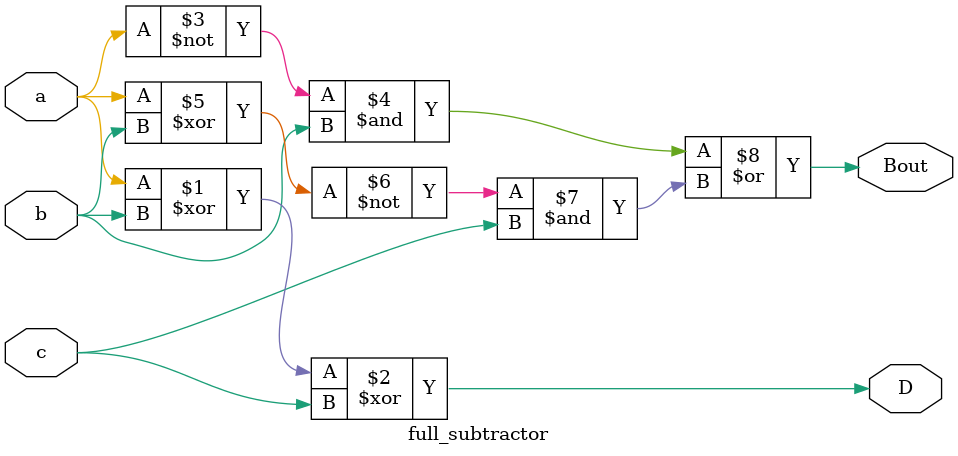
<source format=v>
module full_subtractor(a, b, c,D, Bout);
input a, b, c;
output D, Bout;
 assign D = a ^ b ^ c;
  assign Bout = (~a & b) | (~(a ^ b) & c);
endmodule

</source>
